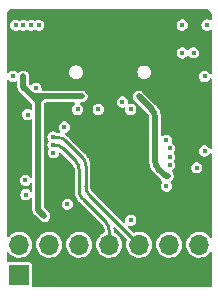
<source format=gbr>
%TF.GenerationSoftware,KiCad,Pcbnew,(6.0.0)*%
%TF.CreationDate,2022-03-30T16:35:39+08:00*%
%TF.ProjectId,USB2_Jtag_Bridge,55534232-5f4a-4746-9167-5f4272696467,rev?*%
%TF.SameCoordinates,Original*%
%TF.FileFunction,Copper,L2,Inr*%
%TF.FilePolarity,Positive*%
%FSLAX46Y46*%
G04 Gerber Fmt 4.6, Leading zero omitted, Abs format (unit mm)*
G04 Created by KiCad (PCBNEW (6.0.0)) date 2022-03-30 16:35:39*
%MOMM*%
%LPD*%
G01*
G04 APERTURE LIST*
%TA.AperFunction,ComponentPad*%
%ADD10O,1.000000X2.100000*%
%TD*%
%TA.AperFunction,ComponentPad*%
%ADD11O,1.000000X1.600000*%
%TD*%
%TA.AperFunction,ComponentPad*%
%ADD12R,1.700000X1.700000*%
%TD*%
%TA.AperFunction,ComponentPad*%
%ADD13O,1.700000X1.700000*%
%TD*%
%TA.AperFunction,ViaPad*%
%ADD14C,0.450000*%
%TD*%
%TA.AperFunction,Conductor*%
%ADD15C,0.500000*%
%TD*%
%TA.AperFunction,Conductor*%
%ADD16C,0.250000*%
%TD*%
G04 APERTURE END LIST*
D10*
%TO.N,VSS*%
%TO.C,J1*%
X137650000Y-72150001D03*
D11*
X137650000Y-67970001D03*
X146290000Y-67970001D03*
D10*
X146290000Y-72150001D03*
%TD*%
D12*
%TO.N,unconnected-(J2-Pad1)*%
%TO.C,J2*%
X134265000Y-88795000D03*
D13*
%TO.N,Net-(J2-Pad2)*%
X134265000Y-86255000D03*
%TO.N,VSS*%
X136805000Y-88795000D03*
%TO.N,TMS*%
X136805000Y-86255000D03*
%TO.N,VSS*%
X139345000Y-88795000D03*
%TO.N,TCK*%
X139345000Y-86255000D03*
%TO.N,VSS*%
X141885000Y-88795000D03*
%TO.N,TDO*%
X141885000Y-86255000D03*
%TO.N,VSS*%
X144425000Y-88795000D03*
%TO.N,TDI*%
X144425000Y-86255000D03*
%TO.N,VSS*%
X146965000Y-88795000D03*
%TO.N,unconnected-(J2-Pad12)*%
X146965000Y-86255000D03*
%TO.N,VSS*%
X149505000Y-88795000D03*
%TO.N,unconnected-(J2-Pad14)*%
X149505000Y-86255000D03*
%TD*%
D14*
%TO.N,VSS*%
X143070000Y-78540000D03*
X149840000Y-76670000D03*
X141070000Y-80540000D03*
X141070000Y-79540000D03*
X136720000Y-76140000D03*
X149300000Y-83310000D03*
X142925000Y-70030000D03*
X149250000Y-82330000D03*
X141925000Y-69030000D03*
X149020000Y-67640000D03*
X143070000Y-80540000D03*
X140925000Y-68030000D03*
X141070000Y-78540000D03*
X142070000Y-78540000D03*
X141925000Y-70030000D03*
X142070000Y-80540000D03*
X142070000Y-79540000D03*
X137380000Y-75720000D03*
X146820000Y-75650000D03*
X142925000Y-68030000D03*
X141925000Y-68030000D03*
X143070000Y-79540000D03*
X142925000Y-69030000D03*
X140925000Y-70030000D03*
X140925000Y-69030000D03*
X149840000Y-73270000D03*
%TO.N,RESET*%
X143720000Y-84180000D03*
%TO.N,+3V3*%
X146730000Y-77400000D03*
X143720000Y-74800000D03*
X146740000Y-81300000D03*
X149970000Y-72000000D03*
X140960000Y-74800000D03*
X139220000Y-74800000D03*
X138350000Y-82820000D03*
X149970000Y-78310000D03*
%TO.N,VBUS*%
X136410000Y-83820000D03*
X139570000Y-73700000D03*
X134625000Y-72000000D03*
X146870000Y-80450000D03*
X144380000Y-73690000D03*
%TO.N,Net-(C14-Pad1)*%
X134625000Y-67660000D03*
%TO.N,Net-(C15-Pad2)*%
X135690000Y-73000000D03*
%TO.N,3.3V*%
X134980000Y-75230000D03*
%TO.N,Net-(D1-Pad2)*%
X133750000Y-72000000D03*
X134840000Y-82010000D03*
%TO.N,TDI*%
X137130000Y-77130000D03*
%TO.N,TDO*%
X137140000Y-77800000D03*
%TO.N,TCK*%
X138100000Y-76290000D03*
%TO.N,TMS*%
X137169500Y-78470000D03*
%TO.N,EEP_CS*%
X147000000Y-78100000D03*
X149030000Y-70000000D03*
%TO.N,Net-(R6-Pad2)*%
X149300000Y-79740000D03*
X150170000Y-67650000D03*
%TO.N,EEP_CLK*%
X148070000Y-70010000D03*
X147000000Y-78810000D03*
%TO.N,EEP_D*%
X147000000Y-79500000D03*
X148070000Y-67650000D03*
%TO.N,Net-(R10-Pad1)*%
X135275000Y-67660000D03*
%TO.N,Net-(R11-Pad2)*%
X135925000Y-67670000D03*
%TO.N,Net-(R12-Pad2)*%
X134790000Y-80800000D03*
X133975000Y-67660000D03*
%TO.N,Net-(R3-Pad1)*%
X143000000Y-74160000D03*
%TD*%
D15*
%TO.N,VBUS*%
X135890000Y-83300000D02*
X136410000Y-83820000D01*
X136290000Y-73700000D02*
X135410000Y-73700000D01*
X145770000Y-75494214D02*
X145770000Y-79123533D01*
X135890000Y-74180000D02*
X135890000Y-74100000D01*
X139570000Y-73700000D02*
X136290000Y-73700000D01*
X146682253Y-80450000D02*
X146870000Y-80450000D01*
X135410000Y-73700000D02*
X134625000Y-72915000D01*
X144380000Y-73690000D02*
X145477107Y-74787107D01*
X135890000Y-74100000D02*
X136290000Y-73700000D01*
X135410000Y-73700000D02*
X135890000Y-74180000D01*
X135890000Y-74180000D02*
X135890000Y-83300000D01*
X134625000Y-72915000D02*
X134625000Y-72000000D01*
X146062893Y-79830640D02*
X146682253Y-80450000D01*
X145770001Y-79123533D02*
G75*
G03*
X146062894Y-79830639I999993J-3D01*
G01*
X145769999Y-75494214D02*
G75*
G03*
X145477106Y-74787108I-999993J3D01*
G01*
D16*
%TO.N,TDI*%
X144425000Y-86255000D02*
X140202893Y-82032893D01*
X137475786Y-77130000D02*
X137130000Y-77130000D01*
X139617107Y-78857107D02*
X138182893Y-77422893D01*
X139910000Y-81325786D02*
X139910000Y-79564214D01*
X139617107Y-78857107D02*
G75*
G02*
X139910000Y-79564214I-707106J-707106D01*
G01*
X138182893Y-77422893D02*
G75*
G03*
X137475786Y-77130000I-707106J-707106D01*
G01*
X140202893Y-82032893D02*
G75*
G02*
X139910000Y-81325786I707106J707106D01*
G01*
%TO.N,TDO*%
X139632893Y-82382893D02*
X141592107Y-84342107D01*
X137140000Y-77800000D02*
X137245786Y-77800000D01*
X139340000Y-79894214D02*
X139340000Y-81675786D01*
X141885000Y-85049214D02*
X141885000Y-86255000D01*
X137952893Y-78092893D02*
X139047107Y-79187107D01*
X137245786Y-77800001D02*
G75*
G02*
X137952892Y-78092894I3J-999993D01*
G01*
X139632893Y-82382893D02*
G75*
G02*
X139340000Y-81675786I707106J707106D01*
G01*
X139339999Y-79894214D02*
G75*
G03*
X139047106Y-79187108I-999993J3D01*
G01*
X141592107Y-84342107D02*
G75*
G02*
X141885000Y-85049214I-707106J-707106D01*
G01*
%TD*%
%TA.AperFunction,Conductor*%
%TO.N,VSS*%
G36*
X150014938Y-66261902D02*
G01*
X150020437Y-66262996D01*
X150020438Y-66262996D01*
X150030000Y-66264898D01*
X150039564Y-66262995D01*
X150049313Y-66262995D01*
X150049313Y-66263988D01*
X150061019Y-66263495D01*
X150141299Y-66272541D01*
X150162911Y-66277473D01*
X150178693Y-66282995D01*
X150258113Y-66310785D01*
X150278080Y-66320401D01*
X150363169Y-66373867D01*
X150363472Y-66374057D01*
X150380804Y-66387878D01*
X150452122Y-66459196D01*
X150465943Y-66476528D01*
X150519599Y-66561920D01*
X150529215Y-66581887D01*
X150544991Y-66626973D01*
X150562527Y-66677089D01*
X150567459Y-66698701D01*
X150576505Y-66778981D01*
X150576012Y-66790687D01*
X150577005Y-66790687D01*
X150577005Y-66800436D01*
X150575102Y-66810000D01*
X150577004Y-66819562D01*
X150577004Y-66819563D01*
X150578098Y-66825062D01*
X150580000Y-66844376D01*
X150580000Y-67166910D01*
X150561093Y-67225101D01*
X150511593Y-67261065D01*
X150450407Y-67261065D01*
X150427153Y-67249985D01*
X150398609Y-67231484D01*
X150371501Y-67213913D01*
X150241006Y-67174887D01*
X150160455Y-67174395D01*
X150111855Y-67174098D01*
X150111854Y-67174098D01*
X150104804Y-67174055D01*
X150098027Y-67175992D01*
X150098026Y-67175992D01*
X149980622Y-67209546D01*
X149980620Y-67209547D01*
X149973842Y-67211484D01*
X149858650Y-67284165D01*
X149768487Y-67386255D01*
X149710601Y-67509548D01*
X149689646Y-67644131D01*
X149707306Y-67779186D01*
X149710146Y-67785640D01*
X149710147Y-67785644D01*
X149758002Y-67894402D01*
X149762162Y-67903856D01*
X149795788Y-67943859D01*
X149845265Y-68002720D01*
X149845268Y-68002722D01*
X149849804Y-68008119D01*
X149855675Y-68012027D01*
X149855676Y-68012028D01*
X149882092Y-68029612D01*
X149963187Y-68083593D01*
X149969914Y-68085695D01*
X149969917Y-68085696D01*
X150086463Y-68122107D01*
X150086464Y-68122107D01*
X150093195Y-68124210D01*
X150163288Y-68125495D01*
X150222324Y-68126577D01*
X150222326Y-68126577D01*
X150229377Y-68126706D01*
X150236180Y-68124851D01*
X150236182Y-68124851D01*
X150343121Y-68095696D01*
X150360786Y-68090880D01*
X150429200Y-68048874D01*
X150488682Y-68034540D01*
X150545230Y-68057905D01*
X150577245Y-68110047D01*
X150580000Y-68133241D01*
X150580000Y-71735773D01*
X150561093Y-71793964D01*
X150511593Y-71829928D01*
X150450407Y-71829928D01*
X150400907Y-71793964D01*
X150390878Y-71776748D01*
X150377627Y-71747604D01*
X150377626Y-71747603D01*
X150374706Y-71741180D01*
X150285796Y-71637996D01*
X150171501Y-71563913D01*
X150041006Y-71524887D01*
X149960455Y-71524395D01*
X149911855Y-71524098D01*
X149911854Y-71524098D01*
X149904804Y-71524055D01*
X149898027Y-71525992D01*
X149898026Y-71525992D01*
X149780622Y-71559546D01*
X149780620Y-71559547D01*
X149773842Y-71561484D01*
X149658650Y-71634165D01*
X149568487Y-71736255D01*
X149510601Y-71859548D01*
X149489646Y-71994131D01*
X149507306Y-72129186D01*
X149510146Y-72135640D01*
X149510147Y-72135644D01*
X149558506Y-72245548D01*
X149562162Y-72253856D01*
X149579185Y-72274107D01*
X149645265Y-72352720D01*
X149645268Y-72352722D01*
X149649804Y-72358119D01*
X149655675Y-72362027D01*
X149655676Y-72362028D01*
X149672616Y-72373304D01*
X149763187Y-72433593D01*
X149769914Y-72435695D01*
X149769917Y-72435696D01*
X149886463Y-72472107D01*
X149886464Y-72472107D01*
X149893195Y-72474210D01*
X149963288Y-72475495D01*
X150022324Y-72476577D01*
X150022326Y-72476577D01*
X150029377Y-72476706D01*
X150036180Y-72474851D01*
X150036182Y-72474851D01*
X150108410Y-72455159D01*
X150160786Y-72440880D01*
X150276858Y-72369612D01*
X150363305Y-72274107D01*
X150363529Y-72273859D01*
X150363529Y-72273858D01*
X150368261Y-72268631D01*
X150391906Y-72219828D01*
X150434294Y-72175704D01*
X150494522Y-72164922D01*
X150549585Y-72191600D01*
X150578451Y-72245548D01*
X150580000Y-72262994D01*
X150580000Y-78045773D01*
X150561093Y-78103964D01*
X150511593Y-78139928D01*
X150450407Y-78139928D01*
X150400907Y-78103964D01*
X150390878Y-78086748D01*
X150377627Y-78057604D01*
X150377626Y-78057603D01*
X150374706Y-78051180D01*
X150285796Y-77947996D01*
X150171501Y-77873913D01*
X150041006Y-77834887D01*
X149960455Y-77834395D01*
X149911855Y-77834098D01*
X149911854Y-77834098D01*
X149904804Y-77834055D01*
X149898027Y-77835992D01*
X149898026Y-77835992D01*
X149780622Y-77869546D01*
X149780620Y-77869547D01*
X149773842Y-77871484D01*
X149658650Y-77944165D01*
X149568487Y-78046255D01*
X149510601Y-78169548D01*
X149489646Y-78304131D01*
X149490561Y-78311129D01*
X149500768Y-78389188D01*
X149507306Y-78439186D01*
X149510146Y-78445640D01*
X149510147Y-78445644D01*
X149554233Y-78545837D01*
X149562162Y-78563856D01*
X149598402Y-78606969D01*
X149645265Y-78662720D01*
X149645268Y-78662722D01*
X149649804Y-78668119D01*
X149655675Y-78672027D01*
X149655676Y-78672028D01*
X149670890Y-78682155D01*
X149763187Y-78743593D01*
X149769914Y-78745695D01*
X149769917Y-78745696D01*
X149886463Y-78782107D01*
X149886464Y-78782107D01*
X149893195Y-78784210D01*
X149963288Y-78785495D01*
X150022324Y-78786577D01*
X150022326Y-78786577D01*
X150029377Y-78786706D01*
X150036180Y-78784851D01*
X150036182Y-78784851D01*
X150108410Y-78765159D01*
X150160786Y-78750880D01*
X150276858Y-78679612D01*
X150285968Y-78669548D01*
X150363529Y-78583859D01*
X150363529Y-78583858D01*
X150368261Y-78578631D01*
X150386509Y-78540967D01*
X150391906Y-78529828D01*
X150434294Y-78485704D01*
X150494522Y-78474922D01*
X150549585Y-78501600D01*
X150578451Y-78555548D01*
X150580000Y-78572994D01*
X150580000Y-85557127D01*
X150561093Y-85615318D01*
X150511593Y-85651282D01*
X150450407Y-85651282D01*
X150401676Y-85616361D01*
X150329051Y-85519104D01*
X150329050Y-85519103D01*
X150326335Y-85515467D01*
X150177812Y-85378174D01*
X150155125Y-85363859D01*
X150010594Y-85272667D01*
X150006757Y-85270246D01*
X149818898Y-85195298D01*
X149620526Y-85155839D01*
X149520930Y-85154535D01*
X149422826Y-85153251D01*
X149422821Y-85153251D01*
X149418286Y-85153192D01*
X149413813Y-85153961D01*
X149413808Y-85153961D01*
X149315245Y-85170898D01*
X149218949Y-85187444D01*
X149029193Y-85257449D01*
X148855371Y-85360862D01*
X148851956Y-85363857D01*
X148851953Y-85363859D01*
X148835630Y-85378174D01*
X148703305Y-85494220D01*
X148700497Y-85497782D01*
X148607018Y-85616361D01*
X148578089Y-85653057D01*
X148483914Y-85832053D01*
X148482569Y-85836384D01*
X148482568Y-85836387D01*
X148428016Y-86012077D01*
X148423937Y-86025213D01*
X148400164Y-86226069D01*
X148413392Y-86427894D01*
X148463178Y-86623928D01*
X148547856Y-86807607D01*
X148664588Y-86972780D01*
X148809466Y-87113913D01*
X148977637Y-87226282D01*
X149163470Y-87306122D01*
X149360740Y-87350760D01*
X149562842Y-87358700D01*
X149616377Y-87350938D01*
X149758519Y-87330329D01*
X149758522Y-87330328D01*
X149763007Y-87329678D01*
X149858769Y-87297171D01*
X149950234Y-87266123D01*
X149950237Y-87266121D01*
X149954531Y-87264664D01*
X150131001Y-87165837D01*
X150286505Y-87036505D01*
X150404885Y-86894169D01*
X150456631Y-86861520D01*
X150517685Y-86865522D01*
X150564727Y-86904646D01*
X150580000Y-86957474D01*
X150580000Y-89771000D01*
X150561093Y-89829191D01*
X150511593Y-89865155D01*
X150481000Y-89870000D01*
X135444358Y-89870000D01*
X135386167Y-89851093D01*
X135350203Y-89801593D01*
X135350203Y-89743882D01*
X135350966Y-89742740D01*
X135365500Y-89669674D01*
X135365500Y-87920326D01*
X135350966Y-87847260D01*
X135295601Y-87764399D01*
X135212740Y-87709034D01*
X135139674Y-87694500D01*
X133390326Y-87694500D01*
X133347399Y-87703039D01*
X133328314Y-87706835D01*
X133267553Y-87699643D01*
X133222623Y-87658111D01*
X133210000Y-87609737D01*
X133210000Y-86980761D01*
X133228907Y-86922570D01*
X133278407Y-86886606D01*
X133339593Y-86886606D01*
X133389848Y-86923624D01*
X133424588Y-86972780D01*
X133569466Y-87113913D01*
X133737637Y-87226282D01*
X133923470Y-87306122D01*
X134120740Y-87350760D01*
X134322842Y-87358700D01*
X134376377Y-87350938D01*
X134518519Y-87330329D01*
X134518522Y-87330328D01*
X134523007Y-87329678D01*
X134618769Y-87297171D01*
X134710234Y-87266123D01*
X134710237Y-87266121D01*
X134714531Y-87264664D01*
X134891001Y-87165837D01*
X135046505Y-87036505D01*
X135175837Y-86881001D01*
X135274664Y-86704531D01*
X135339678Y-86513007D01*
X135368700Y-86312842D01*
X135370215Y-86255000D01*
X135367557Y-86226069D01*
X135700164Y-86226069D01*
X135713392Y-86427894D01*
X135763178Y-86623928D01*
X135847856Y-86807607D01*
X135964588Y-86972780D01*
X136109466Y-87113913D01*
X136277637Y-87226282D01*
X136463470Y-87306122D01*
X136660740Y-87350760D01*
X136862842Y-87358700D01*
X136916377Y-87350938D01*
X137058519Y-87330329D01*
X137058522Y-87330328D01*
X137063007Y-87329678D01*
X137158769Y-87297171D01*
X137250234Y-87266123D01*
X137250237Y-87266121D01*
X137254531Y-87264664D01*
X137431001Y-87165837D01*
X137586505Y-87036505D01*
X137715837Y-86881001D01*
X137814664Y-86704531D01*
X137879678Y-86513007D01*
X137908700Y-86312842D01*
X137910215Y-86255000D01*
X137907557Y-86226069D01*
X138240164Y-86226069D01*
X138253392Y-86427894D01*
X138303178Y-86623928D01*
X138387856Y-86807607D01*
X138504588Y-86972780D01*
X138649466Y-87113913D01*
X138817637Y-87226282D01*
X139003470Y-87306122D01*
X139200740Y-87350760D01*
X139402842Y-87358700D01*
X139456377Y-87350938D01*
X139598519Y-87330329D01*
X139598522Y-87330328D01*
X139603007Y-87329678D01*
X139698769Y-87297171D01*
X139790234Y-87266123D01*
X139790237Y-87266121D01*
X139794531Y-87264664D01*
X139971001Y-87165837D01*
X140126505Y-87036505D01*
X140255837Y-86881001D01*
X140354664Y-86704531D01*
X140419678Y-86513007D01*
X140448700Y-86312842D01*
X140450215Y-86255000D01*
X140431708Y-86053591D01*
X140376807Y-85858926D01*
X140287351Y-85677527D01*
X140166335Y-85515467D01*
X140017812Y-85378174D01*
X139995125Y-85363859D01*
X139850594Y-85272667D01*
X139846757Y-85270246D01*
X139658898Y-85195298D01*
X139460526Y-85155839D01*
X139360930Y-85154535D01*
X139262826Y-85153251D01*
X139262821Y-85153251D01*
X139258286Y-85153192D01*
X139253813Y-85153961D01*
X139253808Y-85153961D01*
X139155245Y-85170898D01*
X139058949Y-85187444D01*
X138869193Y-85257449D01*
X138695371Y-85360862D01*
X138691956Y-85363857D01*
X138691953Y-85363859D01*
X138675630Y-85378174D01*
X138543305Y-85494220D01*
X138540497Y-85497782D01*
X138447018Y-85616361D01*
X138418089Y-85653057D01*
X138323914Y-85832053D01*
X138322569Y-85836384D01*
X138322568Y-85836387D01*
X138268016Y-86012077D01*
X138263937Y-86025213D01*
X138240164Y-86226069D01*
X137907557Y-86226069D01*
X137891708Y-86053591D01*
X137836807Y-85858926D01*
X137747351Y-85677527D01*
X137626335Y-85515467D01*
X137477812Y-85378174D01*
X137455125Y-85363859D01*
X137310594Y-85272667D01*
X137306757Y-85270246D01*
X137118898Y-85195298D01*
X136920526Y-85155839D01*
X136820930Y-85154535D01*
X136722826Y-85153251D01*
X136722821Y-85153251D01*
X136718286Y-85153192D01*
X136713813Y-85153961D01*
X136713808Y-85153961D01*
X136615245Y-85170898D01*
X136518949Y-85187444D01*
X136329193Y-85257449D01*
X136155371Y-85360862D01*
X136151956Y-85363857D01*
X136151953Y-85363859D01*
X136135630Y-85378174D01*
X136003305Y-85494220D01*
X136000497Y-85497782D01*
X135907018Y-85616361D01*
X135878089Y-85653057D01*
X135783914Y-85832053D01*
X135782569Y-85836384D01*
X135782568Y-85836387D01*
X135728016Y-86012077D01*
X135723937Y-86025213D01*
X135700164Y-86226069D01*
X135367557Y-86226069D01*
X135351708Y-86053591D01*
X135296807Y-85858926D01*
X135207351Y-85677527D01*
X135086335Y-85515467D01*
X134937812Y-85378174D01*
X134915125Y-85363859D01*
X134770594Y-85272667D01*
X134766757Y-85270246D01*
X134578898Y-85195298D01*
X134380526Y-85155839D01*
X134280930Y-85154535D01*
X134182826Y-85153251D01*
X134182821Y-85153251D01*
X134178286Y-85153192D01*
X134173813Y-85153961D01*
X134173808Y-85153961D01*
X134075245Y-85170898D01*
X133978949Y-85187444D01*
X133789193Y-85257449D01*
X133615371Y-85360862D01*
X133611956Y-85363857D01*
X133611953Y-85363859D01*
X133595630Y-85378174D01*
X133463305Y-85494220D01*
X133460497Y-85497782D01*
X133386747Y-85591334D01*
X133335873Y-85625327D01*
X133274735Y-85622925D01*
X133226685Y-85585046D01*
X133210000Y-85530044D01*
X133210000Y-72368262D01*
X133228907Y-72310071D01*
X133278407Y-72274107D01*
X133339593Y-72274107D01*
X133384783Y-72304560D01*
X133396139Y-72318070D01*
X133429804Y-72358119D01*
X133435675Y-72362027D01*
X133435676Y-72362028D01*
X133452616Y-72373304D01*
X133543187Y-72433593D01*
X133549914Y-72435695D01*
X133549917Y-72435696D01*
X133666463Y-72472107D01*
X133666464Y-72472107D01*
X133673195Y-72474210D01*
X133743288Y-72475495D01*
X133802324Y-72476577D01*
X133802326Y-72476577D01*
X133809377Y-72476706D01*
X133816180Y-72474851D01*
X133816182Y-72474851D01*
X133888410Y-72455159D01*
X133940786Y-72440880D01*
X133973701Y-72420670D01*
X134033181Y-72406335D01*
X134089729Y-72429700D01*
X134121744Y-72481841D01*
X134124500Y-72505037D01*
X134124500Y-72847834D01*
X134123081Y-72860535D01*
X134123103Y-72860537D01*
X134122537Y-72867569D01*
X134120981Y-72874447D01*
X134121418Y-72881485D01*
X134124310Y-72928102D01*
X134124500Y-72934233D01*
X134124500Y-72950940D01*
X134124999Y-72954427D01*
X134125000Y-72954435D01*
X134126101Y-72962121D01*
X134126911Y-72970024D01*
X134128536Y-72996208D01*
X134129859Y-73017538D01*
X134132252Y-73024167D01*
X134132253Y-73024171D01*
X134133342Y-73027187D01*
X134138223Y-73046763D01*
X134139677Y-73056918D01*
X134142596Y-73063337D01*
X134142597Y-73063342D01*
X134159381Y-73100257D01*
X134162377Y-73107615D01*
X134178540Y-73152387D01*
X134184592Y-73160672D01*
X134194768Y-73178086D01*
X134199016Y-73187428D01*
X134203621Y-73192772D01*
X134230093Y-73223495D01*
X134235033Y-73229716D01*
X134243522Y-73241336D01*
X134254986Y-73252800D01*
X134259981Y-73258181D01*
X134278938Y-73280181D01*
X134292600Y-73296037D01*
X134298520Y-73299874D01*
X134299811Y-73300711D01*
X134315968Y-73313782D01*
X135008605Y-74006419D01*
X135016579Y-74016399D01*
X135016596Y-74016384D01*
X135021166Y-74021754D01*
X135024930Y-74027720D01*
X135030215Y-74032388D01*
X135030218Y-74032391D01*
X135065208Y-74063292D01*
X135069678Y-74067492D01*
X135360504Y-74358318D01*
X135388281Y-74412835D01*
X135389500Y-74428322D01*
X135389500Y-74746586D01*
X135370593Y-74804777D01*
X135321093Y-74840741D01*
X135259907Y-74840741D01*
X135236653Y-74829661D01*
X135187422Y-74797751D01*
X135187423Y-74797751D01*
X135181501Y-74793913D01*
X135051006Y-74754887D01*
X134970455Y-74754395D01*
X134921855Y-74754098D01*
X134921854Y-74754098D01*
X134914804Y-74754055D01*
X134908027Y-74755992D01*
X134908026Y-74755992D01*
X134790622Y-74789546D01*
X134790620Y-74789547D01*
X134783842Y-74791484D01*
X134668650Y-74864165D01*
X134578487Y-74966255D01*
X134520601Y-75089548D01*
X134499646Y-75224131D01*
X134500561Y-75231129D01*
X134505919Y-75272107D01*
X134517306Y-75359186D01*
X134520146Y-75365640D01*
X134520147Y-75365644D01*
X134567830Y-75474011D01*
X134572162Y-75483856D01*
X134609361Y-75528110D01*
X134655265Y-75582720D01*
X134655268Y-75582722D01*
X134659804Y-75588119D01*
X134665675Y-75592027D01*
X134665676Y-75592028D01*
X134697252Y-75613047D01*
X134773187Y-75663593D01*
X134779914Y-75665695D01*
X134779917Y-75665696D01*
X134896463Y-75702107D01*
X134896464Y-75702107D01*
X134903195Y-75704210D01*
X134973288Y-75705495D01*
X135032324Y-75706577D01*
X135032326Y-75706577D01*
X135039377Y-75706706D01*
X135046180Y-75704851D01*
X135046182Y-75704851D01*
X135118410Y-75685159D01*
X135170786Y-75670880D01*
X135238700Y-75629181D01*
X135298182Y-75614847D01*
X135354730Y-75638212D01*
X135386745Y-75690354D01*
X135389500Y-75713548D01*
X135389500Y-80512679D01*
X135370593Y-80570870D01*
X135321093Y-80606834D01*
X135259907Y-80606834D01*
X135210407Y-80570870D01*
X135200378Y-80553655D01*
X135197626Y-80547601D01*
X135197624Y-80547598D01*
X135194706Y-80541180D01*
X135105796Y-80437996D01*
X134991501Y-80363913D01*
X134861006Y-80324887D01*
X134780455Y-80324395D01*
X134731855Y-80324098D01*
X134731854Y-80324098D01*
X134724804Y-80324055D01*
X134718027Y-80325992D01*
X134718026Y-80325992D01*
X134600622Y-80359546D01*
X134600620Y-80359547D01*
X134593842Y-80361484D01*
X134478650Y-80434165D01*
X134388487Y-80536255D01*
X134330601Y-80659548D01*
X134309646Y-80794131D01*
X134310561Y-80801129D01*
X134312418Y-80815333D01*
X134327306Y-80929186D01*
X134330146Y-80935640D01*
X134330147Y-80935644D01*
X134379321Y-81047400D01*
X134382162Y-81053856D01*
X134425983Y-81105988D01*
X134465265Y-81152720D01*
X134465268Y-81152722D01*
X134469804Y-81158119D01*
X134475675Y-81162027D01*
X134475676Y-81162028D01*
X134490890Y-81172155D01*
X134583187Y-81233593D01*
X134589914Y-81235695D01*
X134589917Y-81235696D01*
X134706463Y-81272107D01*
X134706464Y-81272107D01*
X134713195Y-81274210D01*
X134783288Y-81275495D01*
X134842324Y-81276577D01*
X134842326Y-81276577D01*
X134849377Y-81276706D01*
X134856180Y-81274851D01*
X134856182Y-81274851D01*
X134928410Y-81255159D01*
X134980786Y-81240880D01*
X135096858Y-81169612D01*
X135105968Y-81159548D01*
X135183529Y-81073859D01*
X135183529Y-81073858D01*
X135188261Y-81068631D01*
X135195826Y-81053016D01*
X135201406Y-81041500D01*
X135243794Y-80997376D01*
X135304022Y-80986594D01*
X135359085Y-81013272D01*
X135387951Y-81067220D01*
X135389500Y-81084666D01*
X135389500Y-81652662D01*
X135370593Y-81710853D01*
X135321093Y-81746817D01*
X135259907Y-81746817D01*
X135215502Y-81717286D01*
X135160403Y-81653342D01*
X135160401Y-81653340D01*
X135155796Y-81647996D01*
X135041501Y-81573913D01*
X134911006Y-81534887D01*
X134830455Y-81534395D01*
X134781855Y-81534098D01*
X134781854Y-81534098D01*
X134774804Y-81534055D01*
X134768027Y-81535992D01*
X134768026Y-81535992D01*
X134650622Y-81569546D01*
X134650620Y-81569547D01*
X134643842Y-81571484D01*
X134528650Y-81644165D01*
X134438487Y-81746255D01*
X134380601Y-81869548D01*
X134359646Y-82004131D01*
X134360561Y-82011129D01*
X134376391Y-82132189D01*
X134377306Y-82139186D01*
X134380146Y-82145640D01*
X134380147Y-82145644D01*
X134429321Y-82257400D01*
X134432162Y-82263856D01*
X134444582Y-82278631D01*
X134515265Y-82362720D01*
X134515268Y-82362722D01*
X134519804Y-82368119D01*
X134525675Y-82372027D01*
X134525676Y-82372028D01*
X134539882Y-82381484D01*
X134633187Y-82443593D01*
X134639914Y-82445695D01*
X134639917Y-82445696D01*
X134756463Y-82482107D01*
X134756464Y-82482107D01*
X134763195Y-82484210D01*
X134833288Y-82485495D01*
X134892324Y-82486577D01*
X134892326Y-82486577D01*
X134899377Y-82486706D01*
X134906180Y-82484851D01*
X134906182Y-82484851D01*
X134999351Y-82459450D01*
X135030786Y-82450880D01*
X135146858Y-82379612D01*
X135162705Y-82362105D01*
X135217102Y-82302007D01*
X135270170Y-82271553D01*
X135331003Y-82278108D01*
X135376366Y-82319167D01*
X135389500Y-82368443D01*
X135389500Y-83232834D01*
X135388081Y-83245535D01*
X135388103Y-83245537D01*
X135387537Y-83252569D01*
X135385981Y-83259447D01*
X135388138Y-83294210D01*
X135389310Y-83313102D01*
X135389500Y-83319233D01*
X135389500Y-83335940D01*
X135389999Y-83339427D01*
X135390000Y-83339435D01*
X135391101Y-83347121D01*
X135391911Y-83355024D01*
X135394859Y-83402538D01*
X135397252Y-83409167D01*
X135397253Y-83409171D01*
X135398342Y-83412187D01*
X135403223Y-83431763D01*
X135404677Y-83441918D01*
X135407596Y-83448337D01*
X135407597Y-83448342D01*
X135424381Y-83485257D01*
X135427377Y-83492615D01*
X135443540Y-83537387D01*
X135449592Y-83545672D01*
X135459768Y-83563086D01*
X135464016Y-83572428D01*
X135468621Y-83577772D01*
X135495093Y-83608495D01*
X135500033Y-83614716D01*
X135508522Y-83626336D01*
X135519986Y-83637800D01*
X135524981Y-83643181D01*
X135557600Y-83681037D01*
X135563520Y-83684874D01*
X135564811Y-83685711D01*
X135580968Y-83698782D01*
X136081506Y-84199320D01*
X136084323Y-84201431D01*
X136084325Y-84201433D01*
X136161530Y-84259295D01*
X136161532Y-84259296D01*
X136167176Y-84263526D01*
X136301419Y-84313852D01*
X136444392Y-84324476D01*
X136491715Y-84314374D01*
X136577700Y-84296019D01*
X136577702Y-84296018D01*
X136584599Y-84294546D01*
X136710771Y-84226468D01*
X136812763Y-84125714D01*
X136882378Y-84000384D01*
X136902611Y-83910971D01*
X136912463Y-83867430D01*
X136912463Y-83867429D01*
X136914019Y-83860553D01*
X136906657Y-83741892D01*
X136905578Y-83724500D01*
X136905578Y-83724498D01*
X136905141Y-83717462D01*
X136871131Y-83623252D01*
X136858856Y-83589249D01*
X136858855Y-83589247D01*
X136856460Y-83582613D01*
X136852300Y-83576918D01*
X136852298Y-83576915D01*
X136793733Y-83496750D01*
X136793730Y-83496746D01*
X136791478Y-83493664D01*
X136419496Y-83121682D01*
X136391719Y-83067165D01*
X136390500Y-83051678D01*
X136390500Y-82814131D01*
X137869646Y-82814131D01*
X137887306Y-82949186D01*
X137890146Y-82955640D01*
X137890147Y-82955644D01*
X137932403Y-83051678D01*
X137942162Y-83073856D01*
X137982364Y-83121682D01*
X138025265Y-83172720D01*
X138025268Y-83172722D01*
X138029804Y-83178119D01*
X138035675Y-83182027D01*
X138035676Y-83182028D01*
X138052616Y-83193304D01*
X138143187Y-83253593D01*
X138149914Y-83255695D01*
X138149917Y-83255696D01*
X138266463Y-83292107D01*
X138266464Y-83292107D01*
X138273195Y-83294210D01*
X138343288Y-83295495D01*
X138402324Y-83296577D01*
X138402326Y-83296577D01*
X138409377Y-83296706D01*
X138416180Y-83294851D01*
X138416182Y-83294851D01*
X138520227Y-83266485D01*
X138540786Y-83260880D01*
X138656858Y-83189612D01*
X138748261Y-83088631D01*
X138807649Y-82966054D01*
X138809401Y-82955644D01*
X138829613Y-82835506D01*
X138829613Y-82835505D01*
X138830247Y-82831737D01*
X138830390Y-82820000D01*
X138829550Y-82814131D01*
X138812081Y-82692155D01*
X138811081Y-82685171D01*
X138754706Y-82561180D01*
X138665796Y-82457996D01*
X138551501Y-82383913D01*
X138421006Y-82344887D01*
X138340455Y-82344395D01*
X138291855Y-82344098D01*
X138291854Y-82344098D01*
X138284804Y-82344055D01*
X138278027Y-82345992D01*
X138278026Y-82345992D01*
X138160622Y-82379546D01*
X138160620Y-82379547D01*
X138153842Y-82381484D01*
X138038650Y-82454165D01*
X137948487Y-82556255D01*
X137890601Y-82679548D01*
X137869646Y-82814131D01*
X136390500Y-82814131D01*
X136390500Y-77124131D01*
X136649646Y-77124131D01*
X136650561Y-77131129D01*
X136655902Y-77171972D01*
X136667306Y-77259186D01*
X136670146Y-77265640D01*
X136670147Y-77265644D01*
X136673012Y-77272155D01*
X136722162Y-77383856D01*
X136726699Y-77389254D01*
X136726700Y-77389255D01*
X136740869Y-77406111D01*
X136763838Y-77462821D01*
X136749087Y-77522202D01*
X136746974Y-77525037D01*
X136747028Y-77525073D01*
X136743154Y-77530970D01*
X136738487Y-77536255D01*
X136680601Y-77659548D01*
X136659646Y-77794131D01*
X136660561Y-77801129D01*
X136665120Y-77835992D01*
X136677306Y-77929186D01*
X136680146Y-77935640D01*
X136680147Y-77935644D01*
X136728817Y-78046255D01*
X136732162Y-78053856D01*
X136736700Y-78059255D01*
X136736701Y-78059256D01*
X136761698Y-78088993D01*
X136784669Y-78145703D01*
X136769239Y-78204838D01*
X136767987Y-78206255D01*
X136764991Y-78212637D01*
X136764990Y-78212638D01*
X136739044Y-78267901D01*
X136710101Y-78329548D01*
X136689146Y-78464131D01*
X136690061Y-78471129D01*
X136703381Y-78572994D01*
X136706806Y-78599186D01*
X136709646Y-78605640D01*
X136709647Y-78605644D01*
X136758821Y-78717400D01*
X136761662Y-78723856D01*
X136805483Y-78775988D01*
X136844765Y-78822720D01*
X136844768Y-78822722D01*
X136849304Y-78828119D01*
X136855175Y-78832027D01*
X136855176Y-78832028D01*
X136872116Y-78843304D01*
X136962687Y-78903593D01*
X136969414Y-78905695D01*
X136969417Y-78905696D01*
X137085963Y-78942107D01*
X137085964Y-78942107D01*
X137092695Y-78944210D01*
X137162788Y-78945495D01*
X137221824Y-78946577D01*
X137221826Y-78946577D01*
X137228877Y-78946706D01*
X137235680Y-78944851D01*
X137235682Y-78944851D01*
X137307910Y-78925159D01*
X137360286Y-78910880D01*
X137476358Y-78839612D01*
X137502140Y-78811129D01*
X137563029Y-78743859D01*
X137563029Y-78743858D01*
X137567761Y-78738631D01*
X137627149Y-78616054D01*
X137628678Y-78606969D01*
X137641069Y-78533317D01*
X137669369Y-78479069D01*
X137724150Y-78451817D01*
X137784487Y-78461968D01*
X137808701Y-78479738D01*
X138755185Y-79426222D01*
X138765273Y-79438035D01*
X138778279Y-79455936D01*
X138784582Y-79460516D01*
X138790091Y-79466025D01*
X138790069Y-79466047D01*
X138801259Y-79476597D01*
X138853067Y-79539724D01*
X138863850Y-79555862D01*
X138912365Y-79646628D01*
X138919792Y-79664557D01*
X138949671Y-79763054D01*
X138953456Y-79782085D01*
X138961459Y-79863349D01*
X138961007Y-79878724D01*
X138961038Y-79878724D01*
X138961038Y-79886518D01*
X138959819Y-79894213D01*
X138961038Y-79901909D01*
X138963281Y-79916071D01*
X138964500Y-79931558D01*
X138964500Y-81638441D01*
X138963281Y-81653927D01*
X138959819Y-81675786D01*
X138961037Y-81683477D01*
X138961037Y-81683479D01*
X138962061Y-81689944D01*
X138963067Y-81698953D01*
X138968509Y-81781972D01*
X138973342Y-81855710D01*
X139008518Y-82032555D01*
X139066477Y-82203296D01*
X139067910Y-82206201D01*
X139067910Y-82206202D01*
X139137299Y-82346909D01*
X139146226Y-82365012D01*
X139158855Y-82383913D01*
X139244599Y-82512238D01*
X139244604Y-82512244D01*
X139246401Y-82514934D01*
X139248540Y-82517373D01*
X139248543Y-82517377D01*
X139316968Y-82595401D01*
X139320795Y-82600469D01*
X139321430Y-82601793D01*
X139324987Y-82606024D01*
X139333257Y-82614294D01*
X139337672Y-82619008D01*
X139349984Y-82633047D01*
X139355634Y-82640120D01*
X139359480Y-82645414D01*
X139359484Y-82645418D01*
X139364064Y-82651722D01*
X139370368Y-82656302D01*
X139370369Y-82656303D01*
X139381972Y-82664733D01*
X139393785Y-82674822D01*
X141300178Y-84581215D01*
X141310267Y-84593028D01*
X141323278Y-84610936D01*
X141329581Y-84615515D01*
X141335090Y-84621024D01*
X141335068Y-84621046D01*
X141346264Y-84631601D01*
X141398068Y-84694724D01*
X141408850Y-84710861D01*
X141457366Y-84801628D01*
X141464793Y-84819557D01*
X141494672Y-84918054D01*
X141498457Y-84937085D01*
X141506460Y-85018349D01*
X141506007Y-85033728D01*
X141506038Y-85033728D01*
X141506038Y-85041517D01*
X141504819Y-85049214D01*
X141506038Y-85056909D01*
X141506038Y-85056910D01*
X141508281Y-85071072D01*
X141509500Y-85086559D01*
X141509500Y-85151445D01*
X141490593Y-85209636D01*
X141444765Y-85244326D01*
X141409193Y-85257449D01*
X141235371Y-85360862D01*
X141231956Y-85363857D01*
X141231953Y-85363859D01*
X141215630Y-85378174D01*
X141083305Y-85494220D01*
X141080497Y-85497782D01*
X140987018Y-85616361D01*
X140958089Y-85653057D01*
X140863914Y-85832053D01*
X140862569Y-85836384D01*
X140862568Y-85836387D01*
X140808016Y-86012077D01*
X140803937Y-86025213D01*
X140780164Y-86226069D01*
X140793392Y-86427894D01*
X140843178Y-86623928D01*
X140927856Y-86807607D01*
X141044588Y-86972780D01*
X141189466Y-87113913D01*
X141357637Y-87226282D01*
X141543470Y-87306122D01*
X141740740Y-87350760D01*
X141942842Y-87358700D01*
X141996377Y-87350938D01*
X142138519Y-87330329D01*
X142138522Y-87330328D01*
X142143007Y-87329678D01*
X142238769Y-87297171D01*
X142330234Y-87266123D01*
X142330237Y-87266121D01*
X142334531Y-87264664D01*
X142511001Y-87165837D01*
X142666505Y-87036505D01*
X142795837Y-86881001D01*
X142894664Y-86704531D01*
X142959678Y-86513007D01*
X142988700Y-86312842D01*
X142990215Y-86255000D01*
X142971708Y-86053591D01*
X142916807Y-85858926D01*
X142827351Y-85677527D01*
X142706335Y-85515467D01*
X142557812Y-85378174D01*
X142535125Y-85363859D01*
X142390594Y-85272667D01*
X142386757Y-85270246D01*
X142382546Y-85268566D01*
X142382542Y-85268564D01*
X142322815Y-85244736D01*
X142275773Y-85205612D01*
X142260500Y-85152784D01*
X142260500Y-85086559D01*
X142261719Y-85071072D01*
X142263962Y-85056909D01*
X142265181Y-85049214D01*
X142262939Y-85035056D01*
X142261933Y-85026047D01*
X142251870Y-84872519D01*
X142251869Y-84872514D01*
X142251658Y-84869290D01*
X142251028Y-84866120D01*
X142250603Y-84862896D01*
X142252334Y-84862668D01*
X142258873Y-84808167D01*
X142300478Y-84763304D01*
X142360507Y-84751463D01*
X142418717Y-84779754D01*
X143377543Y-85738580D01*
X143405320Y-85793097D01*
X143402086Y-85837941D01*
X143348016Y-86012077D01*
X143343937Y-86025213D01*
X143320164Y-86226069D01*
X143333392Y-86427894D01*
X143383178Y-86623928D01*
X143467856Y-86807607D01*
X143584588Y-86972780D01*
X143729466Y-87113913D01*
X143897637Y-87226282D01*
X144083470Y-87306122D01*
X144280740Y-87350760D01*
X144482842Y-87358700D01*
X144536377Y-87350938D01*
X144678519Y-87330329D01*
X144678522Y-87330328D01*
X144683007Y-87329678D01*
X144778769Y-87297171D01*
X144870234Y-87266123D01*
X144870237Y-87266121D01*
X144874531Y-87264664D01*
X145051001Y-87165837D01*
X145206505Y-87036505D01*
X145335837Y-86881001D01*
X145434664Y-86704531D01*
X145499678Y-86513007D01*
X145528700Y-86312842D01*
X145530215Y-86255000D01*
X145527557Y-86226069D01*
X145860164Y-86226069D01*
X145873392Y-86427894D01*
X145923178Y-86623928D01*
X146007856Y-86807607D01*
X146124588Y-86972780D01*
X146269466Y-87113913D01*
X146437637Y-87226282D01*
X146623470Y-87306122D01*
X146820740Y-87350760D01*
X147022842Y-87358700D01*
X147076377Y-87350938D01*
X147218519Y-87330329D01*
X147218522Y-87330328D01*
X147223007Y-87329678D01*
X147318769Y-87297171D01*
X147410234Y-87266123D01*
X147410237Y-87266121D01*
X147414531Y-87264664D01*
X147591001Y-87165837D01*
X147746505Y-87036505D01*
X147875837Y-86881001D01*
X147974664Y-86704531D01*
X148039678Y-86513007D01*
X148068700Y-86312842D01*
X148070215Y-86255000D01*
X148051708Y-86053591D01*
X147996807Y-85858926D01*
X147907351Y-85677527D01*
X147786335Y-85515467D01*
X147637812Y-85378174D01*
X147615125Y-85363859D01*
X147470594Y-85272667D01*
X147466757Y-85270246D01*
X147278898Y-85195298D01*
X147080526Y-85155839D01*
X146980930Y-85154535D01*
X146882826Y-85153251D01*
X146882821Y-85153251D01*
X146878286Y-85153192D01*
X146873813Y-85153961D01*
X146873808Y-85153961D01*
X146775245Y-85170898D01*
X146678949Y-85187444D01*
X146489193Y-85257449D01*
X146315371Y-85360862D01*
X146311956Y-85363857D01*
X146311953Y-85363859D01*
X146295630Y-85378174D01*
X146163305Y-85494220D01*
X146160497Y-85497782D01*
X146067018Y-85616361D01*
X146038089Y-85653057D01*
X145943914Y-85832053D01*
X145942569Y-85836384D01*
X145942568Y-85836387D01*
X145888016Y-86012077D01*
X145883937Y-86025213D01*
X145860164Y-86226069D01*
X145527557Y-86226069D01*
X145511708Y-86053591D01*
X145456807Y-85858926D01*
X145367351Y-85677527D01*
X145246335Y-85515467D01*
X145097812Y-85378174D01*
X145075125Y-85363859D01*
X144930594Y-85272667D01*
X144926757Y-85270246D01*
X144738898Y-85195298D01*
X144540526Y-85155839D01*
X144440930Y-85154535D01*
X144342826Y-85153251D01*
X144342821Y-85153251D01*
X144338286Y-85153192D01*
X144333813Y-85153961D01*
X144333808Y-85153961D01*
X144235245Y-85170898D01*
X144138949Y-85187444D01*
X144015438Y-85233010D01*
X143954302Y-85235412D01*
X143911170Y-85210133D01*
X143508877Y-84807840D01*
X143481100Y-84753323D01*
X143490671Y-84692891D01*
X143533936Y-84649626D01*
X143594368Y-84640055D01*
X143608404Y-84643341D01*
X143636458Y-84652106D01*
X143636463Y-84652107D01*
X143643195Y-84654210D01*
X143713288Y-84655495D01*
X143772324Y-84656577D01*
X143772326Y-84656577D01*
X143779377Y-84656706D01*
X143786180Y-84654851D01*
X143786182Y-84654851D01*
X143858410Y-84635159D01*
X143910786Y-84620880D01*
X144026858Y-84549612D01*
X144118261Y-84448631D01*
X144177649Y-84326054D01*
X144180119Y-84311377D01*
X144199613Y-84195506D01*
X144199613Y-84195505D01*
X144200247Y-84191737D01*
X144200390Y-84180000D01*
X144199550Y-84174131D01*
X144182081Y-84052155D01*
X144181081Y-84045171D01*
X144124706Y-83921180D01*
X144035796Y-83817996D01*
X143921501Y-83743913D01*
X143791006Y-83704887D01*
X143710455Y-83704395D01*
X143661855Y-83704098D01*
X143661854Y-83704098D01*
X143654804Y-83704055D01*
X143648027Y-83705992D01*
X143648026Y-83705992D01*
X143530622Y-83739546D01*
X143530620Y-83739547D01*
X143523842Y-83741484D01*
X143408650Y-83814165D01*
X143318487Y-83916255D01*
X143260601Y-84039548D01*
X143239646Y-84174131D01*
X143255585Y-84296019D01*
X143256716Y-84304671D01*
X143245514Y-84364822D01*
X143201095Y-84406900D01*
X143140426Y-84414833D01*
X143088548Y-84387511D01*
X140494822Y-81793785D01*
X140484733Y-81781972D01*
X140476301Y-81770366D01*
X140476300Y-81770365D01*
X140471722Y-81764064D01*
X140465419Y-81759485D01*
X140459910Y-81753976D01*
X140459932Y-81753954D01*
X140448736Y-81743399D01*
X140396932Y-81680276D01*
X140386150Y-81664139D01*
X140337634Y-81573372D01*
X140330207Y-81555443D01*
X140324585Y-81536909D01*
X140300328Y-81456946D01*
X140296543Y-81437915D01*
X140296320Y-81435644D01*
X140288540Y-81356651D01*
X140288993Y-81341272D01*
X140288962Y-81341272D01*
X140288962Y-81333483D01*
X140290181Y-81325786D01*
X140286719Y-81303927D01*
X140285500Y-81288441D01*
X140285500Y-79601559D01*
X140286719Y-79586072D01*
X140288962Y-79571909D01*
X140290181Y-79564214D01*
X140288859Y-79555862D01*
X140287939Y-79550056D01*
X140286933Y-79541047D01*
X140276870Y-79387519D01*
X140276869Y-79387514D01*
X140276658Y-79384290D01*
X140241482Y-79207445D01*
X140183523Y-79036704D01*
X140139078Y-78946577D01*
X140105208Y-78877895D01*
X140105205Y-78877890D01*
X140103774Y-78874988D01*
X140044786Y-78786706D01*
X140005401Y-78727762D01*
X140005396Y-78727756D01*
X140003599Y-78725066D01*
X140001457Y-78722623D01*
X139933032Y-78644599D01*
X139929205Y-78639531D01*
X139928570Y-78638207D01*
X139925013Y-78633976D01*
X139916743Y-78625706D01*
X139912328Y-78620992D01*
X139900016Y-78606953D01*
X139894366Y-78599880D01*
X139890520Y-78594586D01*
X139890516Y-78594582D01*
X139885936Y-78588278D01*
X139868028Y-78575267D01*
X139856215Y-78565178D01*
X138474822Y-77183785D01*
X138464733Y-77171972D01*
X138456303Y-77160369D01*
X138456302Y-77160368D01*
X138451722Y-77154064D01*
X138445418Y-77149484D01*
X138445414Y-77149480D01*
X138440120Y-77145634D01*
X138433050Y-77139986D01*
X138314934Y-77036401D01*
X138165012Y-76936226D01*
X138165770Y-76935091D01*
X138128245Y-76893398D01*
X138121860Y-76832547D01*
X138152462Y-76779565D01*
X138192653Y-76757634D01*
X138210494Y-76752770D01*
X138290786Y-76730880D01*
X138406858Y-76659612D01*
X138498261Y-76558631D01*
X138557649Y-76436054D01*
X138559401Y-76425644D01*
X138579613Y-76305506D01*
X138579613Y-76305505D01*
X138580247Y-76301737D01*
X138580390Y-76290000D01*
X138579550Y-76284131D01*
X138562081Y-76162155D01*
X138561081Y-76155171D01*
X138504706Y-76031180D01*
X138415796Y-75927996D01*
X138301501Y-75853913D01*
X138171006Y-75814887D01*
X138090455Y-75814395D01*
X138041855Y-75814098D01*
X138041854Y-75814098D01*
X138034804Y-75814055D01*
X138028027Y-75815992D01*
X138028026Y-75815992D01*
X137910622Y-75849546D01*
X137910620Y-75849547D01*
X137903842Y-75851484D01*
X137788650Y-75924165D01*
X137698487Y-76026255D01*
X137640601Y-76149548D01*
X137619646Y-76284131D01*
X137637306Y-76419186D01*
X137640146Y-76425640D01*
X137640147Y-76425644D01*
X137689321Y-76537400D01*
X137692162Y-76543856D01*
X137696699Y-76549254D01*
X137696700Y-76549255D01*
X137708976Y-76563859D01*
X137740335Y-76601164D01*
X137763304Y-76657872D01*
X137748554Y-76717253D01*
X137701718Y-76756624D01*
X137655766Y-76762494D01*
X137655710Y-76763342D01*
X137548914Y-76756341D01*
X137542620Y-76755462D01*
X137541238Y-76754977D01*
X137535731Y-76754500D01*
X137524055Y-76754500D01*
X137517580Y-76754288D01*
X137498952Y-76753067D01*
X137489944Y-76752061D01*
X137483479Y-76751037D01*
X137483477Y-76751037D01*
X137475786Y-76749819D01*
X137468089Y-76751038D01*
X137466628Y-76751269D01*
X137465169Y-76751038D01*
X137460302Y-76751038D01*
X137460302Y-76750267D01*
X137406197Y-76741694D01*
X137397300Y-76736562D01*
X137337422Y-76697751D01*
X137337423Y-76697751D01*
X137331501Y-76693913D01*
X137201006Y-76654887D01*
X137118172Y-76654381D01*
X137071855Y-76654098D01*
X137071854Y-76654098D01*
X137064804Y-76654055D01*
X137058027Y-76655992D01*
X137058026Y-76655992D01*
X136940622Y-76689546D01*
X136940620Y-76689547D01*
X136933842Y-76691484D01*
X136818650Y-76764165D01*
X136728487Y-76866255D01*
X136670601Y-76989548D01*
X136649646Y-77124131D01*
X136390500Y-77124131D01*
X136390500Y-74348322D01*
X136409407Y-74290131D01*
X136419496Y-74278318D01*
X136468318Y-74229496D01*
X136522835Y-74201719D01*
X136538322Y-74200500D01*
X138936554Y-74200500D01*
X138994745Y-74219407D01*
X139030709Y-74268907D01*
X139030709Y-74330093D01*
X138994745Y-74379593D01*
X138989388Y-74383223D01*
X138908650Y-74434165D01*
X138818487Y-74536255D01*
X138760601Y-74659548D01*
X138739646Y-74794131D01*
X138740561Y-74801129D01*
X138756391Y-74922189D01*
X138757306Y-74929186D01*
X138760146Y-74935640D01*
X138760147Y-74935644D01*
X138780423Y-74981724D01*
X138812162Y-75053856D01*
X138836799Y-75083165D01*
X138895265Y-75152720D01*
X138895268Y-75152722D01*
X138899804Y-75158119D01*
X138905675Y-75162027D01*
X138905676Y-75162028D01*
X138922616Y-75173304D01*
X139013187Y-75233593D01*
X139019914Y-75235695D01*
X139019917Y-75235696D01*
X139136463Y-75272107D01*
X139136464Y-75272107D01*
X139143195Y-75274210D01*
X139213288Y-75275495D01*
X139272324Y-75276577D01*
X139272326Y-75276577D01*
X139279377Y-75276706D01*
X139286180Y-75274851D01*
X139286182Y-75274851D01*
X139358410Y-75255159D01*
X139410786Y-75240880D01*
X139526858Y-75169612D01*
X139618261Y-75068631D01*
X139677649Y-74946054D01*
X139679401Y-74935644D01*
X139699613Y-74815506D01*
X139699613Y-74815505D01*
X139700247Y-74811737D01*
X139700390Y-74800000D01*
X139699550Y-74794131D01*
X140479646Y-74794131D01*
X140480561Y-74801129D01*
X140496391Y-74922189D01*
X140497306Y-74929186D01*
X140500146Y-74935640D01*
X140500147Y-74935644D01*
X140520423Y-74981724D01*
X140552162Y-75053856D01*
X140576799Y-75083165D01*
X140635265Y-75152720D01*
X140635268Y-75152722D01*
X140639804Y-75158119D01*
X140645675Y-75162027D01*
X140645676Y-75162028D01*
X140662616Y-75173304D01*
X140753187Y-75233593D01*
X140759914Y-75235695D01*
X140759917Y-75235696D01*
X140876463Y-75272107D01*
X140876464Y-75272107D01*
X140883195Y-75274210D01*
X140953288Y-75275495D01*
X141012324Y-75276577D01*
X141012326Y-75276577D01*
X141019377Y-75276706D01*
X141026180Y-75274851D01*
X141026182Y-75274851D01*
X141098410Y-75255159D01*
X141150786Y-75240880D01*
X141266858Y-75169612D01*
X141358261Y-75068631D01*
X141417649Y-74946054D01*
X141419401Y-74935644D01*
X141439613Y-74815506D01*
X141439613Y-74815505D01*
X141440247Y-74811737D01*
X141440390Y-74800000D01*
X141439550Y-74794131D01*
X141433810Y-74754055D01*
X141421081Y-74665171D01*
X141364706Y-74541180D01*
X141275796Y-74437996D01*
X141161501Y-74363913D01*
X141031006Y-74324887D01*
X140950455Y-74324395D01*
X140901855Y-74324098D01*
X140901854Y-74324098D01*
X140894804Y-74324055D01*
X140888027Y-74325992D01*
X140888026Y-74325992D01*
X140770622Y-74359546D01*
X140770620Y-74359547D01*
X140763842Y-74361484D01*
X140648650Y-74434165D01*
X140558487Y-74536255D01*
X140500601Y-74659548D01*
X140479646Y-74794131D01*
X139699550Y-74794131D01*
X139693810Y-74754055D01*
X139681081Y-74665171D01*
X139624706Y-74541180D01*
X139535796Y-74437996D01*
X139450293Y-74382575D01*
X139411746Y-74335059D01*
X139408491Y-74273960D01*
X139441771Y-74222617D01*
X139504140Y-74200500D01*
X139605940Y-74200500D01*
X139609430Y-74200000D01*
X139609433Y-74200000D01*
X139664041Y-74192179D01*
X139711918Y-74185323D01*
X139767613Y-74160000D01*
X139780521Y-74154131D01*
X142519646Y-74154131D01*
X142520561Y-74161129D01*
X142529501Y-74229496D01*
X142537306Y-74289186D01*
X142540146Y-74295640D01*
X142540147Y-74295644D01*
X142571875Y-74367751D01*
X142592162Y-74413856D01*
X142633452Y-74462976D01*
X142675265Y-74512720D01*
X142675268Y-74512722D01*
X142679804Y-74518119D01*
X142685675Y-74522027D01*
X142685676Y-74522028D01*
X142699111Y-74530971D01*
X142793187Y-74593593D01*
X142799914Y-74595695D01*
X142799917Y-74595696D01*
X142916463Y-74632107D01*
X142916464Y-74632107D01*
X142923195Y-74634210D01*
X142993288Y-74635495D01*
X143052324Y-74636577D01*
X143052326Y-74636577D01*
X143059377Y-74636706D01*
X143125877Y-74618576D01*
X143186990Y-74621511D01*
X143234708Y-74659809D01*
X143250802Y-74718839D01*
X143249737Y-74729321D01*
X143239646Y-74794131D01*
X143240561Y-74801129D01*
X143256391Y-74922189D01*
X143257306Y-74929186D01*
X143260146Y-74935640D01*
X143260147Y-74935644D01*
X143280423Y-74981724D01*
X143312162Y-75053856D01*
X143336799Y-75083165D01*
X143395265Y-75152720D01*
X143395268Y-75152722D01*
X143399804Y-75158119D01*
X143405675Y-75162027D01*
X143405676Y-75162028D01*
X143422616Y-75173304D01*
X143513187Y-75233593D01*
X143519914Y-75235695D01*
X143519917Y-75235696D01*
X143636463Y-75272107D01*
X143636464Y-75272107D01*
X143643195Y-75274210D01*
X143713288Y-75275495D01*
X143772324Y-75276577D01*
X143772326Y-75276577D01*
X143779377Y-75276706D01*
X143786180Y-75274851D01*
X143786182Y-75274851D01*
X143858410Y-75255159D01*
X143910786Y-75240880D01*
X144026858Y-75169612D01*
X144118261Y-75068631D01*
X144177649Y-74946054D01*
X144179401Y-74935644D01*
X144199613Y-74815506D01*
X144199613Y-74815505D01*
X144200247Y-74811737D01*
X144200390Y-74800000D01*
X144199550Y-74794131D01*
X144193810Y-74754055D01*
X144181081Y-74665171D01*
X144124706Y-74541180D01*
X144035796Y-74437996D01*
X143921501Y-74363913D01*
X143791006Y-74324887D01*
X143710455Y-74324395D01*
X143661855Y-74324098D01*
X143661854Y-74324098D01*
X143654804Y-74324055D01*
X143648027Y-74325992D01*
X143648026Y-74325992D01*
X143595374Y-74341040D01*
X143534228Y-74338851D01*
X143486046Y-74301139D01*
X143469232Y-74242309D01*
X143470541Y-74229425D01*
X143471687Y-74222617D01*
X143480247Y-74171737D01*
X143480390Y-74160000D01*
X143479550Y-74154131D01*
X143462081Y-74032155D01*
X143461081Y-74025171D01*
X143404706Y-73901180D01*
X143315796Y-73797996D01*
X143201501Y-73723913D01*
X143071006Y-73684887D01*
X142990455Y-73684395D01*
X142941855Y-73684098D01*
X142941854Y-73684098D01*
X142934804Y-73684055D01*
X142928027Y-73685992D01*
X142928026Y-73685992D01*
X142810622Y-73719546D01*
X142810620Y-73719547D01*
X142803842Y-73721484D01*
X142688650Y-73794165D01*
X142598487Y-73896255D01*
X142540601Y-74019548D01*
X142519646Y-74154131D01*
X139780521Y-74154131D01*
X139836004Y-74128905D01*
X139836005Y-74128904D01*
X139842428Y-74125984D01*
X139951037Y-74032400D01*
X140029015Y-73912095D01*
X140070093Y-73774739D01*
X140070859Y-73649447D01*
X143875981Y-73649447D01*
X143878305Y-73686909D01*
X143883755Y-73774739D01*
X143884859Y-73792538D01*
X143888758Y-73803338D01*
X143928020Y-73912095D01*
X143933540Y-73927387D01*
X143937700Y-73933082D01*
X143937702Y-73933085D01*
X143996267Y-74013250D01*
X143996270Y-74013254D01*
X143998522Y-74016336D01*
X145090214Y-75108028D01*
X145100146Y-75119626D01*
X145115220Y-75140260D01*
X145120814Y-75144560D01*
X145126161Y-75148670D01*
X145142354Y-75164354D01*
X145179132Y-75209168D01*
X145189913Y-75225304D01*
X145226881Y-75294467D01*
X145234308Y-75312396D01*
X145257072Y-75387437D01*
X145260858Y-75406473D01*
X145265915Y-75457819D01*
X145265459Y-75474010D01*
X145265562Y-75474011D01*
X145265476Y-75481065D01*
X145264391Y-75488035D01*
X145265306Y-75495031D01*
X145268664Y-75520712D01*
X145269500Y-75533548D01*
X145269500Y-79073212D01*
X145268128Y-79089637D01*
X145265626Y-79104511D01*
X145264504Y-79111177D01*
X145264353Y-79123531D01*
X145267371Y-79144608D01*
X145268156Y-79152137D01*
X145268938Y-79164068D01*
X145278198Y-79305351D01*
X145279145Y-79319807D01*
X145317518Y-79512724D01*
X145380744Y-79698981D01*
X145417670Y-79773859D01*
X145461802Y-79863349D01*
X145467741Y-79875393D01*
X145469543Y-79878089D01*
X145469543Y-79878090D01*
X145560261Y-80013859D01*
X145577019Y-80038940D01*
X145579147Y-80041367D01*
X145579152Y-80041373D01*
X145678601Y-80154771D01*
X145684805Y-80162613D01*
X145696718Y-80179345D01*
X145705347Y-80188187D01*
X145708406Y-80190479D01*
X145708411Y-80190484D01*
X145728755Y-80205731D01*
X145739387Y-80214948D01*
X146280858Y-80756419D01*
X146288832Y-80766399D01*
X146288849Y-80766384D01*
X146293419Y-80771754D01*
X146297183Y-80777720D01*
X146302468Y-80782388D01*
X146302471Y-80782391D01*
X146337461Y-80813292D01*
X146341931Y-80817492D01*
X146353759Y-80829320D01*
X146362803Y-80836098D01*
X146368956Y-80841107D01*
X146374457Y-80845966D01*
X146405559Y-80898653D01*
X146399752Y-80959563D01*
X146383129Y-80985707D01*
X146343157Y-81030967D01*
X146338487Y-81036255D01*
X146280601Y-81159548D01*
X146259646Y-81294131D01*
X146277306Y-81429186D01*
X146280146Y-81435640D01*
X146280147Y-81435644D01*
X146324705Y-81536909D01*
X146332162Y-81553856D01*
X146349022Y-81573913D01*
X146415265Y-81652720D01*
X146415268Y-81652722D01*
X146419804Y-81658119D01*
X146425675Y-81662027D01*
X146425676Y-81662028D01*
X146441769Y-81672740D01*
X146533187Y-81733593D01*
X146539914Y-81735695D01*
X146539917Y-81735696D01*
X146656463Y-81772107D01*
X146656464Y-81772107D01*
X146663195Y-81774210D01*
X146733288Y-81775495D01*
X146792324Y-81776577D01*
X146792326Y-81776577D01*
X146799377Y-81776706D01*
X146806180Y-81774851D01*
X146806182Y-81774851D01*
X146885527Y-81753219D01*
X146930786Y-81740880D01*
X147046858Y-81669612D01*
X147061055Y-81653928D01*
X147133529Y-81573859D01*
X147133529Y-81573858D01*
X147138261Y-81568631D01*
X147176860Y-81488963D01*
X147194573Y-81452403D01*
X147197649Y-81446054D01*
X147199019Y-81437915D01*
X147219613Y-81315506D01*
X147219613Y-81315505D01*
X147220247Y-81311737D01*
X147220390Y-81300000D01*
X147219550Y-81294131D01*
X147202081Y-81172155D01*
X147201081Y-81165171D01*
X147144706Y-81041180D01*
X147140104Y-81035839D01*
X147140100Y-81035833D01*
X147126004Y-81019474D01*
X147102343Y-80963048D01*
X147116367Y-80903492D01*
X147142806Y-80876422D01*
X147142428Y-80875984D01*
X147147514Y-80871602D01*
X147147516Y-80871600D01*
X147229301Y-80801129D01*
X147245693Y-80787005D01*
X147245694Y-80787004D01*
X147251037Y-80782400D01*
X147329015Y-80662095D01*
X147370093Y-80524739D01*
X147370969Y-80381376D01*
X147365978Y-80363913D01*
X147333510Y-80250309D01*
X147333509Y-80250307D01*
X147331572Y-80243529D01*
X147255070Y-80122280D01*
X147249786Y-80117613D01*
X147249784Y-80117611D01*
X147207826Y-80080556D01*
X147176726Y-80027864D01*
X147182536Y-79966956D01*
X147221559Y-79921986D01*
X147300845Y-79873304D01*
X147306858Y-79869612D01*
X147398261Y-79768631D01*
X147414976Y-79734131D01*
X148819646Y-79734131D01*
X148820561Y-79741129D01*
X148836391Y-79862189D01*
X148837306Y-79869186D01*
X148840146Y-79875640D01*
X148840147Y-79875644D01*
X148884450Y-79976330D01*
X148892162Y-79993856D01*
X148920749Y-80027864D01*
X148975265Y-80092720D01*
X148975268Y-80092722D01*
X148979804Y-80098119D01*
X148985675Y-80102027D01*
X148985676Y-80102028D01*
X149002616Y-80113304D01*
X149093187Y-80173593D01*
X149099914Y-80175695D01*
X149099917Y-80175696D01*
X149216463Y-80212107D01*
X149216464Y-80212107D01*
X149223195Y-80214210D01*
X149293288Y-80215495D01*
X149352324Y-80216577D01*
X149352326Y-80216577D01*
X149359377Y-80216706D01*
X149366180Y-80214851D01*
X149366182Y-80214851D01*
X149474027Y-80185449D01*
X149490786Y-80180880D01*
X149606858Y-80109612D01*
X149673264Y-80036248D01*
X149693529Y-80013859D01*
X149693529Y-80013858D01*
X149698261Y-80008631D01*
X149757649Y-79886054D01*
X149758883Y-79878724D01*
X149779613Y-79755506D01*
X149779613Y-79755505D01*
X149780247Y-79751737D01*
X149780390Y-79740000D01*
X149779550Y-79734131D01*
X149762081Y-79612155D01*
X149761081Y-79605171D01*
X149718599Y-79511737D01*
X149707626Y-79487602D01*
X149707626Y-79487601D01*
X149704706Y-79481180D01*
X149615796Y-79377996D01*
X149501501Y-79303913D01*
X149371006Y-79264887D01*
X149290455Y-79264395D01*
X149241855Y-79264098D01*
X149241854Y-79264098D01*
X149234804Y-79264055D01*
X149228027Y-79265992D01*
X149228026Y-79265992D01*
X149110622Y-79299546D01*
X149110620Y-79299547D01*
X149103842Y-79301484D01*
X148988650Y-79374165D01*
X148898487Y-79476255D01*
X148840601Y-79599548D01*
X148819646Y-79734131D01*
X147414976Y-79734131D01*
X147457649Y-79646054D01*
X147463353Y-79612155D01*
X147479613Y-79515506D01*
X147479613Y-79515505D01*
X147480247Y-79511737D01*
X147480390Y-79500000D01*
X147479550Y-79494131D01*
X147471516Y-79438035D01*
X147461081Y-79365171D01*
X147404706Y-79241180D01*
X147386881Y-79220493D01*
X147363220Y-79164068D01*
X147377244Y-79104511D01*
X147388478Y-79089440D01*
X147398261Y-79078631D01*
X147457649Y-78956054D01*
X147459244Y-78946577D01*
X147479613Y-78825506D01*
X147479613Y-78825505D01*
X147480247Y-78821737D01*
X147480390Y-78810000D01*
X147479550Y-78804131D01*
X147468613Y-78727762D01*
X147461081Y-78675171D01*
X147412924Y-78569255D01*
X147407626Y-78557602D01*
X147407626Y-78557601D01*
X147404706Y-78551180D01*
X147378053Y-78520248D01*
X147354392Y-78463823D01*
X147368415Y-78404266D01*
X147379654Y-78389188D01*
X147393529Y-78373859D01*
X147393529Y-78373858D01*
X147398261Y-78368631D01*
X147457649Y-78246054D01*
X147459401Y-78235644D01*
X147479613Y-78115506D01*
X147479613Y-78115505D01*
X147480247Y-78111737D01*
X147480390Y-78100000D01*
X147479550Y-78094131D01*
X147462081Y-77972155D01*
X147461081Y-77965171D01*
X147404706Y-77841180D01*
X147315796Y-77737996D01*
X147282334Y-77716307D01*
X147220873Y-77676469D01*
X147182326Y-77628952D01*
X147179071Y-77567854D01*
X147183097Y-77557030D01*
X147184575Y-77552399D01*
X147187649Y-77546054D01*
X147200208Y-77471409D01*
X147209613Y-77415506D01*
X147209613Y-77415505D01*
X147210247Y-77411737D01*
X147210390Y-77400000D01*
X147191081Y-77265171D01*
X147134706Y-77141180D01*
X147045796Y-77037996D01*
X146931501Y-76963913D01*
X146801006Y-76924887D01*
X146720455Y-76924395D01*
X146671855Y-76924098D01*
X146671854Y-76924098D01*
X146664804Y-76924055D01*
X146658027Y-76925992D01*
X146658026Y-76925992D01*
X146540622Y-76959546D01*
X146540620Y-76959547D01*
X146533842Y-76961484D01*
X146527878Y-76965247D01*
X146422328Y-77031844D01*
X146363025Y-77046905D01*
X146306195Y-77024232D01*
X146273546Y-76972486D01*
X146270500Y-76948117D01*
X146270500Y-75544535D01*
X146271872Y-75528110D01*
X146274862Y-75510340D01*
X146274862Y-75510336D01*
X146275496Y-75506570D01*
X146275647Y-75494216D01*
X146272629Y-75473139D01*
X146271843Y-75465599D01*
X146271334Y-75457819D01*
X146264869Y-75359186D01*
X146261067Y-75301169D01*
X146261066Y-75301163D01*
X146260855Y-75297940D01*
X146222482Y-75105023D01*
X146159256Y-74918766D01*
X146096689Y-74791892D01*
X146073695Y-74745265D01*
X146073692Y-74745260D01*
X146072259Y-74742354D01*
X146001668Y-74636706D01*
X145964780Y-74581499D01*
X145964778Y-74581496D01*
X145962981Y-74578807D01*
X145960853Y-74576380D01*
X145960848Y-74576374D01*
X145861399Y-74462976D01*
X145855195Y-74455134D01*
X145843282Y-74438402D01*
X145834653Y-74429560D01*
X145831594Y-74427268D01*
X145831589Y-74427263D01*
X145811245Y-74412016D01*
X145800613Y-74402799D01*
X144708494Y-73310680D01*
X144702778Y-73306396D01*
X144628470Y-73250705D01*
X144628468Y-73250704D01*
X144622824Y-73246474D01*
X144609119Y-73241336D01*
X144578122Y-73229716D01*
X144488580Y-73196148D01*
X144345608Y-73185524D01*
X144338713Y-73186996D01*
X144338712Y-73186996D01*
X144212300Y-73213981D01*
X144212298Y-73213982D01*
X144205401Y-73215454D01*
X144079229Y-73283532D01*
X143977237Y-73384286D01*
X143907622Y-73509616D01*
X143906065Y-73516495D01*
X143906065Y-73516496D01*
X143877537Y-73642570D01*
X143875981Y-73649447D01*
X140070859Y-73649447D01*
X140070969Y-73631376D01*
X140031572Y-73493529D01*
X139955070Y-73372280D01*
X139949786Y-73367613D01*
X139949784Y-73367611D01*
X139852897Y-73282044D01*
X139852895Y-73282042D01*
X139847612Y-73277377D01*
X139717837Y-73216447D01*
X139710866Y-73215362D01*
X139710864Y-73215361D01*
X139665379Y-73208279D01*
X139608991Y-73199500D01*
X136357161Y-73199500D01*
X136344464Y-73198081D01*
X136344462Y-73198104D01*
X136337430Y-73197538D01*
X136330552Y-73195982D01*
X136276907Y-73199310D01*
X136270777Y-73199500D01*
X136255705Y-73199500D01*
X136197514Y-73180593D01*
X136161550Y-73131093D01*
X136158077Y-73084075D01*
X136169613Y-73015506D01*
X136169613Y-73015505D01*
X136170247Y-73011737D01*
X136170390Y-73000000D01*
X136151081Y-72865171D01*
X136094706Y-72741180D01*
X136005796Y-72637996D01*
X135891501Y-72563913D01*
X135761006Y-72524887D01*
X135680455Y-72524395D01*
X135631855Y-72524098D01*
X135631854Y-72524098D01*
X135624804Y-72524055D01*
X135618027Y-72525992D01*
X135618026Y-72525992D01*
X135500622Y-72559546D01*
X135500620Y-72559547D01*
X135493842Y-72561484D01*
X135378650Y-72634165D01*
X135370549Y-72643338D01*
X135298704Y-72724686D01*
X135246012Y-72755786D01*
X135185103Y-72749974D01*
X135139242Y-72709471D01*
X135125500Y-72659151D01*
X135125500Y-71964060D01*
X135110323Y-71858082D01*
X135084023Y-71800237D01*
X135053905Y-71733996D01*
X135053904Y-71733995D01*
X135050984Y-71727572D01*
X134984144Y-71650001D01*
X138499534Y-71650001D01*
X138519313Y-71800237D01*
X138521797Y-71806234D01*
X138574819Y-71934241D01*
X138574821Y-71934245D01*
X138577302Y-71940234D01*
X138581248Y-71945376D01*
X138581250Y-71945380D01*
X138632168Y-72011737D01*
X138669549Y-72060452D01*
X138674698Y-72064403D01*
X138784621Y-72148751D01*
X138784625Y-72148753D01*
X138789767Y-72152699D01*
X138795756Y-72155180D01*
X138795760Y-72155182D01*
X138923767Y-72208204D01*
X138929764Y-72210688D01*
X139042280Y-72225501D01*
X139117720Y-72225501D01*
X139230236Y-72210688D01*
X139236233Y-72208204D01*
X139364240Y-72155182D01*
X139364244Y-72155180D01*
X139370233Y-72152699D01*
X139375375Y-72148753D01*
X139375379Y-72148751D01*
X139485302Y-72064403D01*
X139490451Y-72060452D01*
X139527832Y-72011737D01*
X139578750Y-71945380D01*
X139578752Y-71945376D01*
X139582698Y-71940234D01*
X139585179Y-71934245D01*
X139585181Y-71934241D01*
X139638203Y-71806234D01*
X139640687Y-71800237D01*
X139660466Y-71650001D01*
X144279534Y-71650001D01*
X144299313Y-71800237D01*
X144301797Y-71806234D01*
X144354819Y-71934241D01*
X144354821Y-71934245D01*
X144357302Y-71940234D01*
X144361248Y-71945376D01*
X144361250Y-71945380D01*
X144412168Y-72011737D01*
X144449549Y-72060452D01*
X144454698Y-72064403D01*
X144564621Y-72148751D01*
X144564625Y-72148753D01*
X144569767Y-72152699D01*
X144575756Y-72155180D01*
X144575760Y-72155182D01*
X144703767Y-72208204D01*
X144709764Y-72210688D01*
X144822280Y-72225501D01*
X144897720Y-72225501D01*
X145010236Y-72210688D01*
X145016233Y-72208204D01*
X145144240Y-72155182D01*
X145144244Y-72155180D01*
X145150233Y-72152699D01*
X145155375Y-72148753D01*
X145155379Y-72148751D01*
X145265302Y-72064403D01*
X145270451Y-72060452D01*
X145307832Y-72011737D01*
X145358750Y-71945380D01*
X145358752Y-71945376D01*
X145362698Y-71940234D01*
X145365179Y-71934245D01*
X145365181Y-71934241D01*
X145418203Y-71806234D01*
X145420687Y-71800237D01*
X145440466Y-71650001D01*
X145420687Y-71499765D01*
X145418203Y-71493768D01*
X145365181Y-71365761D01*
X145365179Y-71365757D01*
X145362698Y-71359768D01*
X145358752Y-71354626D01*
X145358750Y-71354622D01*
X145274402Y-71244699D01*
X145270451Y-71239550D01*
X145265302Y-71235599D01*
X145155379Y-71151251D01*
X145155375Y-71151249D01*
X145150233Y-71147303D01*
X145144244Y-71144822D01*
X145144240Y-71144820D01*
X145016233Y-71091798D01*
X145010236Y-71089314D01*
X144897720Y-71074501D01*
X144822280Y-71074501D01*
X144709764Y-71089314D01*
X144703767Y-71091798D01*
X144575760Y-71144820D01*
X144575756Y-71144822D01*
X144569767Y-71147303D01*
X144564625Y-71151249D01*
X144564621Y-71151251D01*
X144454698Y-71235599D01*
X144449549Y-71239550D01*
X144445598Y-71244699D01*
X144361250Y-71354622D01*
X144361248Y-71354626D01*
X144357302Y-71359768D01*
X144354821Y-71365757D01*
X144354819Y-71365761D01*
X144301797Y-71493768D01*
X144299313Y-71499765D01*
X144279534Y-71650001D01*
X139660466Y-71650001D01*
X139640687Y-71499765D01*
X139638203Y-71493768D01*
X139585181Y-71365761D01*
X139585179Y-71365757D01*
X139582698Y-71359768D01*
X139578752Y-71354626D01*
X139578750Y-71354622D01*
X139494402Y-71244699D01*
X139490451Y-71239550D01*
X139485302Y-71235599D01*
X139375379Y-71151251D01*
X139375375Y-71151249D01*
X139370233Y-71147303D01*
X139364244Y-71144822D01*
X139364240Y-71144820D01*
X139236233Y-71091798D01*
X139230236Y-71089314D01*
X139117720Y-71074501D01*
X139042280Y-71074501D01*
X138929764Y-71089314D01*
X138923767Y-71091798D01*
X138795760Y-71144820D01*
X138795756Y-71144822D01*
X138789767Y-71147303D01*
X138784625Y-71151249D01*
X138784621Y-71151251D01*
X138674698Y-71235599D01*
X138669549Y-71239550D01*
X138665598Y-71244699D01*
X138581250Y-71354622D01*
X138581248Y-71354626D01*
X138577302Y-71359768D01*
X138574821Y-71365757D01*
X138574819Y-71365761D01*
X138521797Y-71493768D01*
X138519313Y-71499765D01*
X138499534Y-71650001D01*
X134984144Y-71650001D01*
X134978600Y-71643567D01*
X134962005Y-71624307D01*
X134962004Y-71624306D01*
X134957400Y-71618963D01*
X134837095Y-71540985D01*
X134699739Y-71499907D01*
X134616497Y-71499398D01*
X134563427Y-71499074D01*
X134563426Y-71499074D01*
X134556376Y-71499031D01*
X134549599Y-71500968D01*
X134549598Y-71500968D01*
X134425309Y-71536490D01*
X134425307Y-71536491D01*
X134418529Y-71538428D01*
X134297280Y-71614930D01*
X134292613Y-71620214D01*
X134292611Y-71620216D01*
X134245176Y-71673927D01*
X134192484Y-71705027D01*
X134131575Y-71699217D01*
X134095974Y-71673017D01*
X134070404Y-71643342D01*
X134070398Y-71643337D01*
X134065796Y-71637996D01*
X133951501Y-71563913D01*
X133821006Y-71524887D01*
X133740455Y-71524395D01*
X133691855Y-71524098D01*
X133691854Y-71524098D01*
X133684804Y-71524055D01*
X133678027Y-71525992D01*
X133678026Y-71525992D01*
X133560622Y-71559546D01*
X133560620Y-71559547D01*
X133553842Y-71561484D01*
X133438650Y-71634165D01*
X133433982Y-71639450D01*
X133433979Y-71639453D01*
X133383204Y-71696945D01*
X133330512Y-71728046D01*
X133269603Y-71722234D01*
X133223743Y-71681732D01*
X133210000Y-71631411D01*
X133210000Y-70004131D01*
X147589646Y-70004131D01*
X147607306Y-70139186D01*
X147610146Y-70145640D01*
X147610147Y-70145644D01*
X147614728Y-70156054D01*
X147662162Y-70263856D01*
X147674582Y-70278631D01*
X147745265Y-70362720D01*
X147745268Y-70362722D01*
X147749804Y-70368119D01*
X147755675Y-70372027D01*
X147755676Y-70372028D01*
X147772616Y-70383304D01*
X147863187Y-70443593D01*
X147869914Y-70445695D01*
X147869917Y-70445696D01*
X147986463Y-70482107D01*
X147986464Y-70482107D01*
X147993195Y-70484210D01*
X148063288Y-70485495D01*
X148122324Y-70486577D01*
X148122326Y-70486577D01*
X148129377Y-70486706D01*
X148136180Y-70484851D01*
X148136182Y-70484851D01*
X148208410Y-70465159D01*
X148260786Y-70450880D01*
X148376858Y-70379612D01*
X148396313Y-70358119D01*
X148463527Y-70283861D01*
X148468261Y-70278631D01*
X148471336Y-70272284D01*
X148471981Y-70271328D01*
X148520197Y-70233660D01*
X148581345Y-70231526D01*
X148629838Y-70262988D01*
X148647384Y-70283861D01*
X148709804Y-70358119D01*
X148715675Y-70362027D01*
X148715676Y-70362028D01*
X148730699Y-70372028D01*
X148823187Y-70433593D01*
X148829914Y-70435695D01*
X148829917Y-70435696D01*
X148946463Y-70472107D01*
X148946464Y-70472107D01*
X148953195Y-70474210D01*
X149023288Y-70475495D01*
X149082324Y-70476577D01*
X149082326Y-70476577D01*
X149089377Y-70476706D01*
X149096180Y-70474851D01*
X149096182Y-70474851D01*
X149203121Y-70445696D01*
X149220786Y-70440880D01*
X149336858Y-70369612D01*
X149419210Y-70278631D01*
X149423529Y-70273859D01*
X149423529Y-70273858D01*
X149428261Y-70268631D01*
X149487649Y-70146054D01*
X149510247Y-70011737D01*
X149510390Y-70000000D01*
X149509550Y-69994131D01*
X149492081Y-69872155D01*
X149491081Y-69865171D01*
X149434706Y-69741180D01*
X149345796Y-69637996D01*
X149231501Y-69563913D01*
X149101006Y-69524887D01*
X149020455Y-69524395D01*
X148971855Y-69524098D01*
X148971854Y-69524098D01*
X148964804Y-69524055D01*
X148958027Y-69525992D01*
X148958026Y-69525992D01*
X148840622Y-69559546D01*
X148840620Y-69559547D01*
X148833842Y-69561484D01*
X148718650Y-69634165D01*
X148628487Y-69736255D01*
X148627474Y-69738413D01*
X148581395Y-69775330D01*
X148520278Y-69778212D01*
X148471401Y-69747344D01*
X148390403Y-69653341D01*
X148390397Y-69653336D01*
X148385796Y-69647996D01*
X148271501Y-69573913D01*
X148141006Y-69534887D01*
X148060455Y-69534395D01*
X148011855Y-69534098D01*
X148011854Y-69534098D01*
X148004804Y-69534055D01*
X147998027Y-69535992D01*
X147998026Y-69535992D01*
X147880622Y-69569546D01*
X147880620Y-69569547D01*
X147873842Y-69571484D01*
X147758650Y-69644165D01*
X147668487Y-69746255D01*
X147610601Y-69869548D01*
X147589646Y-70004131D01*
X133210000Y-70004131D01*
X133210000Y-67654131D01*
X133494646Y-67654131D01*
X133512306Y-67789186D01*
X133515146Y-67795640D01*
X133515147Y-67795644D01*
X133558602Y-67894402D01*
X133567162Y-67913856D01*
X133582654Y-67932286D01*
X133650265Y-68012720D01*
X133650268Y-68012722D01*
X133654804Y-68018119D01*
X133660675Y-68022027D01*
X133660676Y-68022028D01*
X133679234Y-68034381D01*
X133768187Y-68093593D01*
X133774914Y-68095695D01*
X133774917Y-68095696D01*
X133891463Y-68132107D01*
X133891464Y-68132107D01*
X133898195Y-68134210D01*
X133968288Y-68135495D01*
X134027324Y-68136577D01*
X134027326Y-68136577D01*
X134034377Y-68136706D01*
X134041180Y-68134851D01*
X134041182Y-68134851D01*
X134129106Y-68110880D01*
X134165786Y-68100880D01*
X134237824Y-68056649D01*
X134248821Y-68049897D01*
X134308304Y-68035561D01*
X134355479Y-68051851D01*
X134418187Y-68093593D01*
X134424914Y-68095695D01*
X134424917Y-68095696D01*
X134541463Y-68132107D01*
X134541464Y-68132107D01*
X134548195Y-68134210D01*
X134618288Y-68135495D01*
X134677324Y-68136577D01*
X134677326Y-68136577D01*
X134684377Y-68136706D01*
X134691180Y-68134851D01*
X134691182Y-68134851D01*
X134779106Y-68110880D01*
X134815786Y-68100880D01*
X134887824Y-68056649D01*
X134898821Y-68049897D01*
X134958304Y-68035561D01*
X135005479Y-68051851D01*
X135068187Y-68093593D01*
X135074914Y-68095695D01*
X135074917Y-68095696D01*
X135191463Y-68132107D01*
X135191464Y-68132107D01*
X135198195Y-68134210D01*
X135268288Y-68135495D01*
X135327324Y-68136577D01*
X135327326Y-68136577D01*
X135334377Y-68136706D01*
X135341180Y-68134851D01*
X135341182Y-68134851D01*
X135429106Y-68110880D01*
X135465786Y-68100880D01*
X135541006Y-68054695D01*
X135600489Y-68040359D01*
X135647664Y-68056649D01*
X135718187Y-68103593D01*
X135724914Y-68105695D01*
X135724917Y-68105696D01*
X135841463Y-68142107D01*
X135841464Y-68142107D01*
X135848195Y-68144210D01*
X135918288Y-68145495D01*
X135977324Y-68146577D01*
X135977326Y-68146577D01*
X135984377Y-68146706D01*
X135991180Y-68144851D01*
X135991182Y-68144851D01*
X136066892Y-68124210D01*
X136115786Y-68110880D01*
X136231858Y-68039612D01*
X136251313Y-68018119D01*
X136318529Y-67943859D01*
X136318529Y-67943858D01*
X136323261Y-67938631D01*
X136382649Y-67816054D01*
X136387170Y-67789186D01*
X136404613Y-67685506D01*
X136404613Y-67685505D01*
X136405247Y-67681737D01*
X136405390Y-67670000D01*
X136401685Y-67644131D01*
X147589646Y-67644131D01*
X147607306Y-67779186D01*
X147610146Y-67785640D01*
X147610147Y-67785644D01*
X147658002Y-67894402D01*
X147662162Y-67903856D01*
X147695788Y-67943859D01*
X147745265Y-68002720D01*
X147745268Y-68002722D01*
X147749804Y-68008119D01*
X147755675Y-68012027D01*
X147755676Y-68012028D01*
X147782092Y-68029612D01*
X147863187Y-68083593D01*
X147869914Y-68085695D01*
X147869917Y-68085696D01*
X147986463Y-68122107D01*
X147986464Y-68122107D01*
X147993195Y-68124210D01*
X148063288Y-68125495D01*
X148122324Y-68126577D01*
X148122326Y-68126577D01*
X148129377Y-68126706D01*
X148136180Y-68124851D01*
X148136182Y-68124851D01*
X148243121Y-68095696D01*
X148260786Y-68090880D01*
X148376858Y-68019612D01*
X148468261Y-67918631D01*
X148527649Y-67796054D01*
X148529401Y-67785644D01*
X148549613Y-67665506D01*
X148549613Y-67665505D01*
X148550247Y-67661737D01*
X148550390Y-67650000D01*
X148549550Y-67644131D01*
X148533945Y-67535171D01*
X148531081Y-67515171D01*
X148474706Y-67391180D01*
X148385796Y-67287996D01*
X148271501Y-67213913D01*
X148141006Y-67174887D01*
X148060455Y-67174395D01*
X148011855Y-67174098D01*
X148011854Y-67174098D01*
X148004804Y-67174055D01*
X147998027Y-67175992D01*
X147998026Y-67175992D01*
X147880622Y-67209546D01*
X147880620Y-67209547D01*
X147873842Y-67211484D01*
X147758650Y-67284165D01*
X147668487Y-67386255D01*
X147610601Y-67509548D01*
X147589646Y-67644131D01*
X136401685Y-67644131D01*
X136386081Y-67535171D01*
X136329706Y-67411180D01*
X136240796Y-67307996D01*
X136126501Y-67233913D01*
X135996006Y-67194887D01*
X135915455Y-67194395D01*
X135866855Y-67194098D01*
X135866854Y-67194098D01*
X135859804Y-67194055D01*
X135853027Y-67195992D01*
X135853026Y-67195992D01*
X135735622Y-67229546D01*
X135735620Y-67229547D01*
X135728842Y-67231484D01*
X135668469Y-67269577D01*
X135660438Y-67274644D01*
X135601135Y-67289705D01*
X135553763Y-67273992D01*
X135488811Y-67231892D01*
X135476501Y-67223913D01*
X135346006Y-67184887D01*
X135265455Y-67184395D01*
X135216855Y-67184098D01*
X135216854Y-67184098D01*
X135209804Y-67184055D01*
X135203027Y-67185992D01*
X135203026Y-67185992D01*
X135085622Y-67219546D01*
X135085620Y-67219547D01*
X135078842Y-67221484D01*
X135002619Y-67269577D01*
X134943318Y-67284638D01*
X134895945Y-67268925D01*
X134832421Y-67227750D01*
X134832420Y-67227750D01*
X134826501Y-67223913D01*
X134696006Y-67184887D01*
X134615455Y-67184395D01*
X134566855Y-67184098D01*
X134566854Y-67184098D01*
X134559804Y-67184055D01*
X134553027Y-67185992D01*
X134553026Y-67185992D01*
X134435622Y-67219546D01*
X134435620Y-67219547D01*
X134428842Y-67221484D01*
X134352619Y-67269577D01*
X134293318Y-67284638D01*
X134245945Y-67268925D01*
X134182421Y-67227750D01*
X134182420Y-67227750D01*
X134176501Y-67223913D01*
X134046006Y-67184887D01*
X133965455Y-67184395D01*
X133916855Y-67184098D01*
X133916854Y-67184098D01*
X133909804Y-67184055D01*
X133903027Y-67185992D01*
X133903026Y-67185992D01*
X133785622Y-67219546D01*
X133785620Y-67219547D01*
X133778842Y-67221484D01*
X133663650Y-67294165D01*
X133573487Y-67396255D01*
X133515601Y-67519548D01*
X133494646Y-67654131D01*
X133210000Y-67654131D01*
X133210000Y-66844376D01*
X133211902Y-66825062D01*
X133212996Y-66819563D01*
X133212996Y-66819562D01*
X133214898Y-66810000D01*
X133212995Y-66800436D01*
X133212995Y-66790687D01*
X133213988Y-66790687D01*
X133213495Y-66778981D01*
X133222541Y-66698701D01*
X133227473Y-66677089D01*
X133245009Y-66626973D01*
X133260785Y-66581887D01*
X133270401Y-66561920D01*
X133324057Y-66476528D01*
X133337878Y-66459196D01*
X133409196Y-66387878D01*
X133426528Y-66374057D01*
X133426831Y-66373867D01*
X133511920Y-66320401D01*
X133531887Y-66310785D01*
X133611307Y-66282995D01*
X133627089Y-66277473D01*
X133648701Y-66272541D01*
X133728981Y-66263495D01*
X133740687Y-66263988D01*
X133740687Y-66262995D01*
X133750436Y-66262995D01*
X133760000Y-66264898D01*
X133769562Y-66262996D01*
X133769563Y-66262996D01*
X133775062Y-66261902D01*
X133794376Y-66260000D01*
X149995624Y-66260000D01*
X150014938Y-66261902D01*
G37*
%TD.AperFunction*%
%TD*%
M02*

</source>
